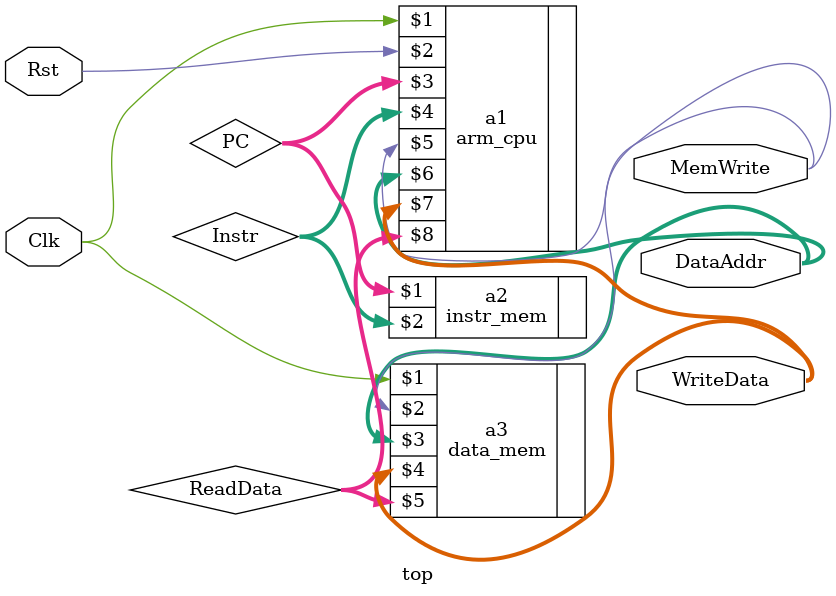
<source format=v>
`timescale 1ns / 1ps

module top(Clk, Rst, WriteData, DataAddr, MemWrite);

    input Clk, Rst;
    output wire [31:0] WriteData;
    output wire [31:0] DataAddr;
    output wire MemWrite;

    wire [31:0] PC, Instr, ReadData;

    arm_cpu a1(Clk, Rst, PC, Instr, MemWrite, DataAddr, WriteData, ReadData);
    instr_mem a2(PC, Instr);
    data_mem a3(Clk, MemWrite, DataAddr, WriteData, ReadData);

endmodule


</source>
